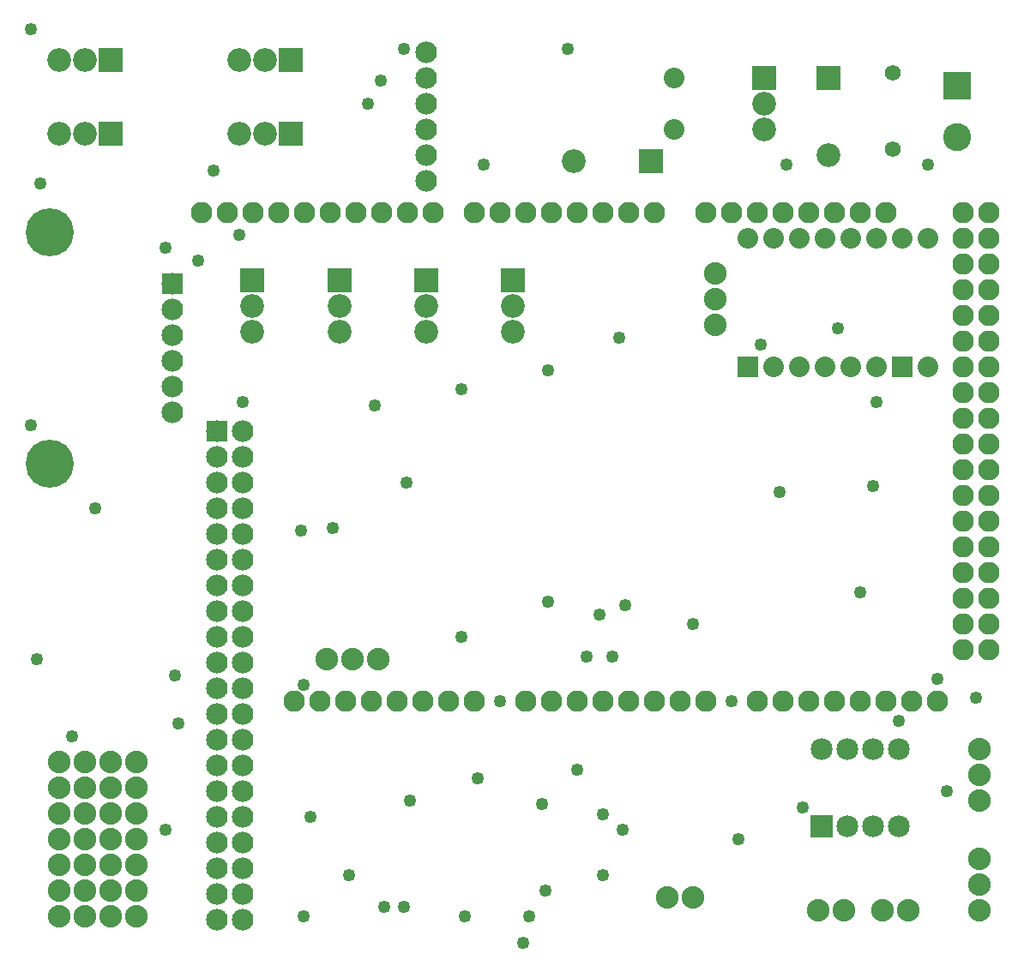
<source format=gbs>
G04 MADE WITH FRITZING*
G04 WWW.FRITZING.ORG*
G04 DOUBLE SIDED*
G04 HOLES PLATED*
G04 CONTOUR ON CENTER OF CONTOUR VECTOR*
%ASAXBY*%
%FSLAX23Y23*%
%MOIN*%
%OFA0B0*%
%SFA1.0B1.0*%
%ADD10C,0.049370*%
%ADD11C,0.084000*%
%ADD12C,0.080000*%
%ADD13C,0.187165*%
%ADD14C,0.088000*%
%ADD15C,0.085000*%
%ADD16C,0.082917*%
%ADD17C,0.092000*%
%ADD18C,0.061496*%
%ADD19C,0.109055*%
%ADD20R,0.084000X0.084000*%
%ADD21R,0.080000X0.080000*%
%ADD22R,0.085000X0.085000*%
%ADD23R,0.092000X0.092000*%
%ADD24R,0.109055X0.109055*%
%LNMASK0*%
G90*
G70*
G54D10*
X1107Y1822D03*
X2144Y3697D03*
X57Y2234D03*
X882Y2322D03*
X219Y1022D03*
G54D11*
X607Y2784D03*
X607Y2684D03*
X607Y2584D03*
X607Y2484D03*
X607Y2384D03*
X607Y2283D03*
G54D10*
X582Y659D03*
X82Y1322D03*
X94Y3172D03*
X1507Y3697D03*
X1144Y709D03*
X1744Y322D03*
X1507Y359D03*
X1432Y359D03*
X1119Y322D03*
X2281Y719D03*
X1970Y221D03*
X1994Y322D03*
X2057Y422D03*
X2181Y894D03*
X3582Y1247D03*
X2807Y622D03*
X307Y1909D03*
X582Y2922D03*
X707Y2872D03*
X1232Y1834D03*
X3619Y809D03*
X3344Y2322D03*
X3282Y1584D03*
X1294Y484D03*
X57Y3772D03*
X2357Y659D03*
X2269Y1497D03*
X2632Y1459D03*
X1794Y859D03*
X2282Y484D03*
X1519Y2009D03*
X1119Y1222D03*
X2219Y1334D03*
X2069Y1547D03*
X2319Y1334D03*
X2369Y1534D03*
X1732Y1409D03*
X2994Y3247D03*
X1819Y3247D03*
X3732Y1172D03*
X869Y2972D03*
X2344Y2572D03*
G54D12*
X2557Y3584D03*
X2557Y3384D03*
G54D10*
X1532Y772D03*
G54D11*
X1594Y3684D03*
X1594Y3584D03*
X1594Y3484D03*
X1594Y3384D03*
X1594Y3284D03*
X1594Y3184D03*
X1594Y3684D03*
X1594Y3584D03*
X1594Y3484D03*
X1594Y3384D03*
X1594Y3284D03*
X1594Y3184D03*
G54D10*
X619Y1259D03*
X3057Y747D03*
G54D13*
X132Y2084D03*
X132Y2984D03*
G54D10*
X1732Y2372D03*
X2069Y2447D03*
X1394Y2309D03*
X769Y3222D03*
X1369Y3484D03*
X1419Y3572D03*
X3432Y1084D03*
X1882Y1159D03*
X632Y1072D03*
X2782Y1159D03*
X3194Y2609D03*
X2969Y1972D03*
X3332Y1997D03*
G54D12*
X3544Y2959D03*
X3544Y2459D03*
X3444Y2959D03*
X3444Y2459D03*
X3344Y2959D03*
X3344Y2459D03*
X3244Y2959D03*
X3244Y2459D03*
X3144Y2959D03*
X3144Y2459D03*
X3044Y2959D03*
X3044Y2459D03*
X2944Y2959D03*
X2944Y2459D03*
X2844Y2959D03*
X2844Y2459D03*
G54D10*
X3544Y3247D03*
X2044Y759D03*
G54D14*
X469Y422D03*
X369Y422D03*
X269Y422D03*
X169Y422D03*
X469Y922D03*
X369Y922D03*
X269Y922D03*
X169Y922D03*
X169Y722D03*
X269Y722D03*
X369Y722D03*
X369Y522D03*
X169Y522D03*
X269Y522D03*
X469Y522D03*
X169Y322D03*
X269Y322D03*
X169Y822D03*
X269Y822D03*
X369Y822D03*
X469Y322D03*
X369Y622D03*
X469Y622D03*
X1407Y1322D03*
X1307Y1322D03*
X1207Y1322D03*
X169Y622D03*
X269Y622D03*
X469Y822D03*
X369Y322D03*
X469Y722D03*
G54D10*
X2894Y2547D03*
G54D15*
X3132Y672D03*
X3132Y972D03*
X3232Y672D03*
X3232Y972D03*
X3332Y672D03*
X3332Y972D03*
X3432Y672D03*
X3432Y972D03*
G54D11*
X882Y2209D03*
X882Y2109D03*
X882Y2009D03*
X882Y1909D03*
X882Y1809D03*
X882Y1709D03*
X882Y1609D03*
X882Y1509D03*
X882Y1409D03*
X882Y1309D03*
X882Y1209D03*
X882Y1109D03*
X882Y1009D03*
X882Y909D03*
X882Y809D03*
X882Y709D03*
X882Y609D03*
X882Y509D03*
X882Y409D03*
X882Y309D03*
X782Y2209D03*
X782Y2109D03*
X782Y2009D03*
X782Y1909D03*
X782Y1809D03*
X782Y1709D03*
X782Y1609D03*
X782Y1509D03*
X782Y1409D03*
X782Y1309D03*
X782Y1209D03*
X782Y1109D03*
X782Y1009D03*
X782Y909D03*
X782Y809D03*
X782Y709D03*
X782Y609D03*
X782Y509D03*
X782Y409D03*
X782Y309D03*
G54D16*
X2982Y1159D03*
X1382Y1159D03*
X3082Y1159D03*
X3182Y1159D03*
X3282Y1159D03*
X3382Y1159D03*
X3682Y2559D03*
X3482Y1159D03*
X3582Y1159D03*
X1422Y3059D03*
X1982Y1159D03*
X2082Y1159D03*
X2182Y1159D03*
X2282Y1159D03*
X3682Y1759D03*
X2382Y1159D03*
X2482Y1159D03*
X2582Y1159D03*
X2682Y1159D03*
X2182Y3059D03*
X3682Y2959D03*
X3682Y2159D03*
X3682Y1359D03*
X1022Y3059D03*
X1782Y1159D03*
X1782Y3059D03*
X3682Y2759D03*
X3682Y2359D03*
X3682Y1959D03*
X3382Y3059D03*
X3682Y1559D03*
X3282Y3059D03*
X3182Y3059D03*
X3082Y3059D03*
X2982Y3059D03*
X2882Y3059D03*
X2782Y3059D03*
X2682Y3059D03*
X822Y3059D03*
X1222Y3059D03*
X1622Y3059D03*
X1182Y1159D03*
X1582Y1159D03*
X2382Y3059D03*
X1982Y3059D03*
X3682Y3059D03*
X3682Y2859D03*
X3682Y2659D03*
X3682Y2459D03*
X3682Y2259D03*
X3682Y2059D03*
X3682Y1859D03*
X3682Y1659D03*
X3682Y1459D03*
X722Y3059D03*
X922Y3059D03*
X1122Y3059D03*
X1322Y3059D03*
X1522Y3059D03*
X1082Y1159D03*
X1282Y1159D03*
X1482Y1159D03*
X1682Y1159D03*
X2482Y3059D03*
X2282Y3059D03*
X2082Y3059D03*
X1882Y3059D03*
X3782Y3059D03*
X3782Y2959D03*
X3782Y2859D03*
X3782Y2759D03*
X3782Y2659D03*
X3782Y2559D03*
X3782Y2459D03*
X3782Y2359D03*
X3782Y2259D03*
X3782Y2159D03*
X3782Y2059D03*
X3782Y1959D03*
X3782Y1859D03*
X3782Y1759D03*
X3782Y1659D03*
X3782Y1559D03*
X3782Y1459D03*
X3782Y1359D03*
X2882Y1159D03*
G54D17*
X1257Y2797D03*
X1257Y2697D03*
X1257Y2597D03*
X1932Y2797D03*
X1932Y2697D03*
X1932Y2597D03*
X1594Y2797D03*
X1594Y2697D03*
X1594Y2597D03*
X919Y2797D03*
X919Y2697D03*
X919Y2597D03*
G54D14*
X3744Y347D03*
X3744Y447D03*
X3744Y547D03*
X3744Y972D03*
X3744Y872D03*
X3744Y772D03*
X2719Y2822D03*
X2719Y2722D03*
X2719Y2622D03*
X3119Y347D03*
X3219Y347D03*
X2632Y397D03*
X2532Y397D03*
X3469Y347D03*
X3369Y347D03*
G54D17*
X2907Y3584D03*
X2907Y3484D03*
X2907Y3384D03*
X2467Y3259D03*
X2169Y3259D03*
X3157Y3582D03*
X3157Y3284D03*
G54D18*
X3406Y3307D03*
X3406Y3602D03*
G54D17*
X369Y3366D03*
X269Y3366D03*
X169Y3366D03*
X1069Y3653D03*
X969Y3653D03*
X869Y3653D03*
X369Y3653D03*
X269Y3653D03*
X169Y3653D03*
X1069Y3366D03*
X969Y3366D03*
X869Y3366D03*
G54D19*
X3656Y3552D03*
X3656Y3352D03*
G54D20*
X607Y2784D03*
G54D21*
X2844Y2459D03*
X3444Y2459D03*
G54D22*
X3132Y672D03*
G54D20*
X782Y2209D03*
G54D23*
X1257Y2797D03*
X1932Y2797D03*
X1594Y2797D03*
X919Y2797D03*
X2907Y3584D03*
X2468Y3259D03*
X3157Y3583D03*
X369Y3366D03*
X1069Y3653D03*
X369Y3653D03*
X1069Y3366D03*
G54D24*
X3656Y3552D03*
G04 End of Mask0*
M02*
</source>
